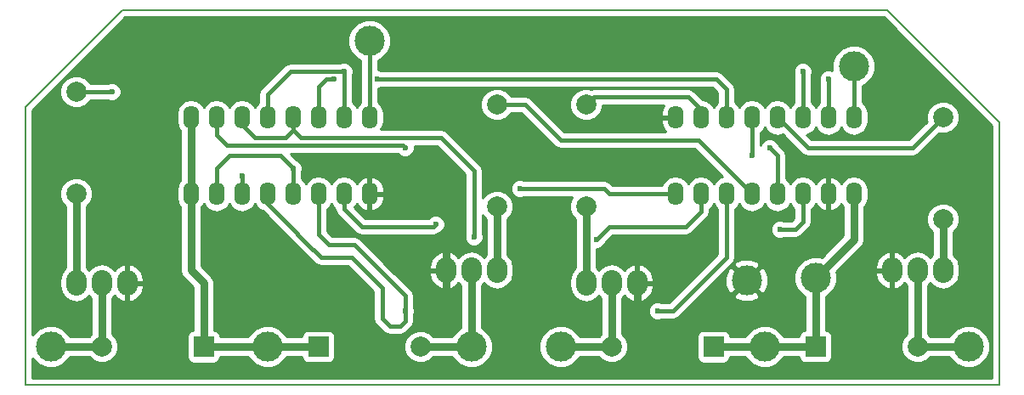
<source format=gbr>
G04 #@! TF.FileFunction,Copper,L1,Top,Signal*
%FSLAX46Y46*%
G04 Gerber Fmt 4.6, Leading zero omitted, Abs format (unit mm)*
G04 Created by KiCad (PCBNEW 4.0.1-stable) date 2016-05-02 8:22:51 PM*
%MOMM*%
G01*
G04 APERTURE LIST*
%ADD10C,0.100000*%
%ADD11C,0.150000*%
%ADD12C,1.998980*%
%ADD13R,1.998980X1.998980*%
%ADD14O,2.032000X2.540000*%
%ADD15O,1.600000X2.300000*%
%ADD16C,3.000000*%
%ADD17C,0.600000*%
%ADD18C,0.800000*%
%ADD19C,0.250000*%
%ADD20C,0.450000*%
%ADD21C,0.254000*%
G04 APERTURE END LIST*
D10*
D11*
X202184000Y-92710000D02*
X202184000Y-93472000D01*
X202184000Y-94234000D02*
X202184000Y-92710000D01*
X105156000Y-94234000D02*
X202184000Y-94234000D01*
X202184000Y-68072000D02*
X202184000Y-92964000D01*
X191008000Y-56896000D02*
X202184000Y-68072000D01*
X187706000Y-56896000D02*
X191008000Y-56896000D01*
X185420000Y-56896000D02*
X187706000Y-56896000D01*
X114808000Y-56896000D02*
X185420000Y-56896000D01*
X113792000Y-57912000D02*
X114808000Y-56896000D01*
X113284000Y-58420000D02*
X113792000Y-57912000D01*
X112014000Y-59690000D02*
X113284000Y-58420000D01*
X105156000Y-66548000D02*
X112014000Y-59690000D01*
X105156000Y-94234000D02*
X105156000Y-66548000D01*
D12*
X194056000Y-90421460D03*
D13*
X183896000Y-90421460D03*
D12*
X163576000Y-90426540D03*
D13*
X173736000Y-90426540D03*
D12*
X144526000Y-90421460D03*
D13*
X134366000Y-90421460D03*
D12*
X112776000Y-90426540D03*
D13*
X122936000Y-90426540D03*
D14*
X194056000Y-82804000D03*
X191516000Y-82804000D03*
X196596000Y-82804000D03*
X163576000Y-84074000D03*
X166116000Y-84074000D03*
X161036000Y-84074000D03*
X149606000Y-82804000D03*
X147066000Y-82804000D03*
X152146000Y-82804000D03*
X112776000Y-84074000D03*
X115316000Y-84074000D03*
X110236000Y-84074000D03*
D12*
X196596000Y-77724000D03*
X196596000Y-67564000D03*
X161036000Y-76454000D03*
X161036000Y-66294000D03*
X152146000Y-76454000D03*
X152146000Y-66294000D03*
X110236000Y-75184000D03*
X110236000Y-65024000D03*
D15*
X121666000Y-75184000D03*
X124206000Y-75184000D03*
X126746000Y-75184000D03*
X129286000Y-75184000D03*
X131826000Y-75184000D03*
X134366000Y-75184000D03*
X136906000Y-75184000D03*
X139446000Y-75184000D03*
X139446000Y-67564000D03*
X136906000Y-67564000D03*
X134366000Y-67564000D03*
X131826000Y-67564000D03*
X129286000Y-67564000D03*
X126746000Y-67564000D03*
X124206000Y-67564000D03*
X121666000Y-67564000D03*
X187706000Y-67564000D03*
X185166000Y-67564000D03*
X182626000Y-67564000D03*
X180086000Y-67564000D03*
X177546000Y-67564000D03*
X175006000Y-67564000D03*
X172466000Y-67564000D03*
X169926000Y-67564000D03*
X169926000Y-75184000D03*
X172466000Y-75184000D03*
X175006000Y-75184000D03*
X177546000Y-75184000D03*
X180086000Y-75184000D03*
X182626000Y-75184000D03*
X185166000Y-75184000D03*
X187706000Y-75184000D03*
D16*
X139446000Y-59944000D03*
X187706000Y-62484000D03*
X199136000Y-90424000D03*
X178816000Y-90424000D03*
X158496000Y-90424000D03*
X149606000Y-90424000D03*
X129286000Y-90424000D03*
X107696000Y-90424000D03*
X177038000Y-83820000D03*
X183896000Y-83566000D03*
D17*
X196088000Y-92710000D03*
X154178000Y-90932000D03*
X117856000Y-92710000D03*
X107442000Y-78740000D03*
X145542000Y-67310000D03*
X125984000Y-64008000D03*
X117348000Y-65024000D03*
X132334000Y-59944000D03*
X134620000Y-84328000D03*
X192532000Y-73152000D03*
X180594000Y-59944000D03*
X144526000Y-59944000D03*
X127508000Y-82550000D03*
X130048000Y-79248000D03*
X144272000Y-75184000D03*
X147066000Y-87884000D03*
X165862000Y-88138000D03*
X180086000Y-67564000D03*
X113792000Y-65024000D03*
X154432000Y-74676000D03*
X131826000Y-72644000D03*
X185166000Y-63754000D03*
X177546000Y-71374000D03*
X126746000Y-73406000D03*
X168148000Y-86868000D03*
X143002000Y-86868000D03*
X146050000Y-78232000D03*
X180340000Y-78740000D03*
X182626000Y-62992000D03*
X136906000Y-62992000D03*
X140208000Y-63754000D03*
X135890000Y-63754000D03*
X162052000Y-79756000D03*
X149860000Y-79502000D03*
X143002000Y-70612000D03*
X179324000Y-70612000D03*
D18*
X194056000Y-90421460D02*
X199133460Y-90421460D01*
X199133460Y-90421460D02*
X199136000Y-90424000D01*
X194056000Y-82804000D02*
X194056000Y-90421460D01*
D19*
X199133460Y-90421460D02*
X199136000Y-90424000D01*
D18*
X158496000Y-90424000D02*
X163573460Y-90424000D01*
X163573460Y-90424000D02*
X163576000Y-90426540D01*
X163576000Y-84074000D02*
X163576000Y-90426540D01*
X149606000Y-90424000D02*
X144528540Y-90424000D01*
X144528540Y-90424000D02*
X144526000Y-90421460D01*
X149606000Y-82804000D02*
X149606000Y-90424000D01*
D19*
X149603460Y-90421460D02*
X149606000Y-90424000D01*
D18*
X112776000Y-90426540D02*
X107698540Y-90426540D01*
X107698540Y-90426540D02*
X107696000Y-90424000D01*
X112776000Y-90426540D02*
X112776000Y-84074000D01*
D19*
X107698540Y-90426540D02*
X107696000Y-90424000D01*
D18*
X147066000Y-80010000D02*
X147066000Y-82804000D01*
X130048000Y-80010000D02*
X130048000Y-79248000D01*
X127508000Y-82550000D02*
X130048000Y-80010000D01*
X130048000Y-79756000D02*
X130048000Y-79248000D01*
X144272000Y-75184000D02*
X146812000Y-75184000D01*
X146812000Y-75184000D02*
X147828000Y-76200000D01*
X147828000Y-76200000D02*
X147828000Y-79248000D01*
X147828000Y-79248000D02*
X147066000Y-80010000D01*
X147066000Y-80010000D02*
X147066000Y-87884000D01*
X165862000Y-88138000D02*
X166116000Y-87884000D01*
X166116000Y-87884000D02*
X166116000Y-84074000D01*
X196596000Y-77724000D02*
X196596000Y-82804000D01*
X161036000Y-84074000D02*
X161036000Y-76454000D01*
X152146000Y-76454000D02*
X152146000Y-82804000D01*
X110236000Y-84074000D02*
X110236000Y-75184000D01*
D20*
X180086000Y-67564000D02*
X183134000Y-70612000D01*
X193548000Y-70612000D02*
X196596000Y-67564000D01*
X183134000Y-70612000D02*
X193548000Y-70612000D01*
X172466000Y-67564000D02*
X172466000Y-66802000D01*
X172466000Y-66802000D02*
X171196000Y-65532000D01*
X171196000Y-65532000D02*
X161798000Y-65532000D01*
X161798000Y-65532000D02*
X161036000Y-66294000D01*
X152146000Y-66294000D02*
X154940000Y-66294000D01*
X172212000Y-69850000D02*
X177546000Y-75184000D01*
X158496000Y-69850000D02*
X172212000Y-69850000D01*
X154940000Y-66294000D02*
X158496000Y-69850000D01*
X169926000Y-75184000D02*
X163322000Y-75184000D01*
X113792000Y-65024000D02*
X110236000Y-65024000D01*
X162814000Y-74676000D02*
X154432000Y-74676000D01*
X163322000Y-75184000D02*
X162814000Y-74676000D01*
X185166000Y-63754000D02*
X185166000Y-67564000D01*
X131826000Y-72644000D02*
X131826000Y-75184000D01*
X124206000Y-75184000D02*
X124206000Y-72644000D01*
X124206000Y-72644000D02*
X125476000Y-71374000D01*
X125476000Y-71374000D02*
X130556000Y-71374000D01*
X130556000Y-71374000D02*
X131826000Y-72644000D01*
D19*
X125476000Y-71374000D02*
X124206000Y-72644000D01*
X130556000Y-71374000D02*
X131826000Y-72644000D01*
D20*
X177546000Y-70104000D02*
X177546000Y-71374000D01*
X177546000Y-67564000D02*
X177546000Y-70104000D01*
X126746000Y-73406000D02*
X126746000Y-75184000D01*
X140716000Y-85852000D02*
X140716000Y-87630000D01*
X140716000Y-84582000D02*
X140716000Y-85852000D01*
X129286000Y-76200000D02*
X131572000Y-78486000D01*
X131572000Y-78486000D02*
X132969000Y-79883000D01*
X132969000Y-79883000D02*
X134620000Y-81534000D01*
X134620000Y-81534000D02*
X136652000Y-81534000D01*
X136652000Y-81534000D02*
X137668000Y-81534000D01*
X137668000Y-81534000D02*
X140716000Y-84582000D01*
X143002000Y-87884000D02*
X143002000Y-86868000D01*
X142494000Y-88392000D02*
X143002000Y-87884000D01*
X141478000Y-88392000D02*
X142494000Y-88392000D01*
X140716000Y-87630000D02*
X141478000Y-88392000D01*
X134366000Y-77216000D02*
X134366000Y-79248000D01*
X134366000Y-75184000D02*
X134366000Y-76962000D01*
X134366000Y-77216000D02*
X134366000Y-76962000D01*
X143002000Y-85344000D02*
X143002000Y-86868000D01*
X137922000Y-80264000D02*
X143002000Y-85344000D01*
X135382000Y-80264000D02*
X137922000Y-80264000D01*
X134366000Y-79248000D02*
X135382000Y-80264000D01*
X129286000Y-75184000D02*
X129286000Y-76200000D01*
X169672000Y-86868000D02*
X168148000Y-86868000D01*
X175006000Y-75184000D02*
X175006000Y-81534000D01*
X175006000Y-81534000D02*
X169672000Y-86868000D01*
X182626000Y-75184000D02*
X182626000Y-77978000D01*
X136906000Y-76708000D02*
X136906000Y-75184000D01*
X138684000Y-78486000D02*
X136906000Y-76708000D01*
X145796000Y-78486000D02*
X138684000Y-78486000D01*
X146050000Y-78232000D02*
X145796000Y-78486000D01*
X181864000Y-78740000D02*
X180340000Y-78740000D01*
X182626000Y-77978000D02*
X181864000Y-78740000D01*
X139446000Y-67564000D02*
X139446000Y-59944000D01*
X182626000Y-62992000D02*
X182626000Y-67564000D01*
X136906000Y-62992000D02*
X136906000Y-67564000D01*
X129286000Y-67564000D02*
X129286000Y-65278000D01*
X131572000Y-62992000D02*
X136906000Y-62992000D01*
X129286000Y-65278000D02*
X131572000Y-62992000D01*
X175006000Y-67564000D02*
X175006000Y-64770000D01*
X175006000Y-64770000D02*
X173990000Y-63754000D01*
X173990000Y-63754000D02*
X140208000Y-63754000D01*
X135890000Y-63754000D02*
X135128000Y-63754000D01*
X135128000Y-63754000D02*
X134366000Y-64516000D01*
X134366000Y-64516000D02*
X134366000Y-67564000D01*
D19*
X175006000Y-64770000D02*
X173990000Y-63754000D01*
D20*
X131826000Y-68834000D02*
X132588000Y-69596000D01*
X132588000Y-69596000D02*
X146558000Y-69596000D01*
X146558000Y-69596000D02*
X149860000Y-72898000D01*
X149860000Y-72898000D02*
X149860000Y-79502000D01*
X162052000Y-79756000D02*
X163322000Y-78486000D01*
X163322000Y-78486000D02*
X170942000Y-78486000D01*
X170942000Y-78486000D02*
X172466000Y-76962000D01*
X172466000Y-76962000D02*
X172466000Y-75184000D01*
X126746000Y-67564000D02*
X126746000Y-68326000D01*
X126746000Y-68326000D02*
X128016000Y-69596000D01*
X128016000Y-69596000D02*
X131064000Y-69596000D01*
X131064000Y-69596000D02*
X131826000Y-68834000D01*
X131826000Y-68834000D02*
X131826000Y-67564000D01*
D19*
X172466000Y-76962000D02*
X172466000Y-75184000D01*
X170942000Y-78486000D02*
X172466000Y-76962000D01*
X131826000Y-67564000D02*
X131826000Y-68834000D01*
X128016000Y-69596000D02*
X126746000Y-68326000D01*
X131826000Y-68834000D02*
X131064000Y-69596000D01*
D20*
X143002000Y-70612000D02*
X142748000Y-70358000D01*
X142748000Y-70358000D02*
X125222000Y-70358000D01*
X125222000Y-70358000D02*
X124206000Y-69342000D01*
X124206000Y-67564000D02*
X124206000Y-69342000D01*
X179324000Y-70612000D02*
X180086000Y-71374000D01*
X180086000Y-75184000D02*
X180086000Y-71374000D01*
D18*
X121666000Y-67564000D02*
X121666000Y-75184000D01*
X187706000Y-75184000D02*
X187706000Y-79756000D01*
X187706000Y-79756000D02*
X183896000Y-83566000D01*
X183896000Y-90421460D02*
X183896000Y-83566000D01*
X122936000Y-90426540D02*
X122936000Y-84074000D01*
X122936000Y-84074000D02*
X121666000Y-82804000D01*
X121666000Y-82804000D02*
X121666000Y-75184000D01*
X129286000Y-90424000D02*
X122938540Y-90424000D01*
X122938540Y-90424000D02*
X122936000Y-90426540D01*
X134366000Y-90421460D02*
X129288540Y-90421460D01*
X129288540Y-90421460D02*
X129286000Y-90424000D01*
X178816000Y-90424000D02*
X173738540Y-90424000D01*
X173738540Y-90424000D02*
X173736000Y-90426540D01*
X183896000Y-90421460D02*
X178818540Y-90421460D01*
X178818540Y-90421460D02*
X178816000Y-90424000D01*
D19*
X121666000Y-82804000D02*
X122936000Y-84074000D01*
X173738540Y-90424000D02*
X173736000Y-90426540D01*
X134363460Y-90424000D02*
X134366000Y-90421460D01*
X178818540Y-90421460D02*
X178816000Y-90424000D01*
X122938540Y-90424000D02*
X122936000Y-90426540D01*
X183890920Y-90426540D02*
X183896000Y-90421460D01*
D20*
X187706000Y-67564000D02*
X187706000Y-62484000D01*
D21*
G36*
X201474000Y-68366092D02*
X201474000Y-93524000D01*
X105866000Y-93524000D01*
X105866000Y-91585865D01*
X105884980Y-91631800D01*
X106485041Y-92232909D01*
X107269459Y-92558628D01*
X108118815Y-92559370D01*
X108903800Y-92235020D01*
X109504909Y-91634959D01*
X109576919Y-91461540D01*
X111499691Y-91461540D01*
X111848927Y-91811386D01*
X112449453Y-92060746D01*
X113099694Y-92061314D01*
X113700655Y-91813002D01*
X114160846Y-91353613D01*
X114410206Y-90753087D01*
X114410774Y-90102846D01*
X114162462Y-89501885D01*
X113811000Y-89149809D01*
X113811000Y-85621243D01*
X113943433Y-85532754D01*
X114060054Y-85358219D01*
X114238370Y-85585236D01*
X114801523Y-85901926D01*
X114933056Y-85933975D01*
X115189000Y-85814836D01*
X115189000Y-84201000D01*
X115443000Y-84201000D01*
X115443000Y-85814836D01*
X115698944Y-85933975D01*
X115830477Y-85901926D01*
X116393630Y-85585236D01*
X116792724Y-85077143D01*
X116967000Y-84455000D01*
X116967000Y-84201000D01*
X115443000Y-84201000D01*
X115189000Y-84201000D01*
X115169000Y-84201000D01*
X115169000Y-83947000D01*
X115189000Y-83947000D01*
X115189000Y-82333164D01*
X115443000Y-82333164D01*
X115443000Y-83947000D01*
X116967000Y-83947000D01*
X116967000Y-83693000D01*
X116792724Y-83070857D01*
X116393630Y-82562764D01*
X115830477Y-82246074D01*
X115698944Y-82214025D01*
X115443000Y-82333164D01*
X115189000Y-82333164D01*
X114933056Y-82214025D01*
X114801523Y-82246074D01*
X114238370Y-82562764D01*
X114060054Y-82789781D01*
X113943433Y-82615246D01*
X113407810Y-82257354D01*
X112776000Y-82131679D01*
X112144190Y-82257354D01*
X111608567Y-82615246D01*
X111506000Y-82768748D01*
X111403433Y-82615246D01*
X111271000Y-82526757D01*
X111271000Y-76460309D01*
X111620846Y-76111073D01*
X111870206Y-75510547D01*
X111870774Y-74860306D01*
X111622462Y-74259345D01*
X111163073Y-73799154D01*
X110562547Y-73549794D01*
X109912306Y-73549226D01*
X109311345Y-73797538D01*
X108851154Y-74256927D01*
X108601794Y-74857453D01*
X108601226Y-75507694D01*
X108849538Y-76108655D01*
X109201000Y-76460731D01*
X109201000Y-82526757D01*
X109068567Y-82615246D01*
X108710675Y-83150869D01*
X108585000Y-83782679D01*
X108585000Y-84365321D01*
X108710675Y-84997131D01*
X109068567Y-85532754D01*
X109604190Y-85890646D01*
X110236000Y-86016321D01*
X110867810Y-85890646D01*
X111403433Y-85532754D01*
X111506000Y-85379252D01*
X111608567Y-85532754D01*
X111741000Y-85621243D01*
X111741000Y-89150231D01*
X111499269Y-89391540D01*
X109579469Y-89391540D01*
X109507020Y-89216200D01*
X108906959Y-88615091D01*
X108122541Y-88289372D01*
X107273185Y-88288630D01*
X106488200Y-88612980D01*
X105887091Y-89213041D01*
X105866000Y-89263834D01*
X105866000Y-67179030D01*
X120231000Y-67179030D01*
X120231000Y-67948970D01*
X120340233Y-68498121D01*
X120631000Y-68933284D01*
X120631000Y-73814716D01*
X120340233Y-74249879D01*
X120231000Y-74799030D01*
X120231000Y-75568970D01*
X120340233Y-76118121D01*
X120631000Y-76553284D01*
X120631000Y-82803995D01*
X120630999Y-82804000D01*
X120709785Y-83200077D01*
X120934144Y-83535856D01*
X121901000Y-84502711D01*
X121901000Y-88786292D01*
X121701193Y-88823888D01*
X121485069Y-88962960D01*
X121340079Y-89175160D01*
X121289070Y-89427050D01*
X121289070Y-91426030D01*
X121333348Y-91661347D01*
X121472420Y-91877471D01*
X121684620Y-92022461D01*
X121936510Y-92073470D01*
X123935490Y-92073470D01*
X124170807Y-92029192D01*
X124386931Y-91890120D01*
X124531921Y-91677920D01*
X124576253Y-91459000D01*
X127403580Y-91459000D01*
X127474980Y-91631800D01*
X128075041Y-92232909D01*
X128859459Y-92558628D01*
X129708815Y-92559370D01*
X130493800Y-92235020D01*
X131094909Y-91634959D01*
X131169028Y-91456460D01*
X132725752Y-91456460D01*
X132763348Y-91656267D01*
X132902420Y-91872391D01*
X133114620Y-92017381D01*
X133366510Y-92068390D01*
X135365490Y-92068390D01*
X135600807Y-92024112D01*
X135816931Y-91885040D01*
X135961921Y-91672840D01*
X136012930Y-91420950D01*
X136012930Y-89421970D01*
X135968652Y-89186653D01*
X135829580Y-88970529D01*
X135617380Y-88825539D01*
X135365490Y-88774530D01*
X133366510Y-88774530D01*
X133131193Y-88818808D01*
X132915069Y-88957880D01*
X132770079Y-89170080D01*
X132726261Y-89386460D01*
X131167370Y-89386460D01*
X131097020Y-89216200D01*
X130496959Y-88615091D01*
X129712541Y-88289372D01*
X128863185Y-88288630D01*
X128078200Y-88612980D01*
X127477091Y-89213041D01*
X127404026Y-89389000D01*
X124575770Y-89389000D01*
X124538652Y-89191733D01*
X124399580Y-88975609D01*
X124187380Y-88830619D01*
X123971000Y-88786801D01*
X123971000Y-84074005D01*
X123971001Y-84074000D01*
X123892215Y-83677922D01*
X123676187Y-83354613D01*
X123667856Y-83342144D01*
X123667853Y-83342142D01*
X122701000Y-82375288D01*
X122701000Y-76553284D01*
X122936000Y-76201582D01*
X123191302Y-76583668D01*
X123656849Y-76894737D01*
X124206000Y-77003970D01*
X124755151Y-76894737D01*
X125220698Y-76583668D01*
X125476000Y-76201582D01*
X125731302Y-76583668D01*
X126196849Y-76894737D01*
X126746000Y-77003970D01*
X127295151Y-76894737D01*
X127760698Y-76583668D01*
X128016000Y-76201582D01*
X128271302Y-76583668D01*
X128736849Y-76894737D01*
X128771382Y-76901606D01*
X134011888Y-82142112D01*
X134290893Y-82328537D01*
X134620000Y-82394001D01*
X134620005Y-82394000D01*
X137311776Y-82394000D01*
X139856000Y-84938224D01*
X139856000Y-87630000D01*
X139921464Y-87959108D01*
X139990810Y-88062892D01*
X140107888Y-88238112D01*
X140869888Y-89000112D01*
X141148892Y-89186536D01*
X141478000Y-89252000D01*
X142494000Y-89252000D01*
X142823108Y-89186536D01*
X143102112Y-89000112D01*
X143610109Y-88492114D01*
X143610112Y-88492112D01*
X143796536Y-88213108D01*
X143862000Y-87884000D01*
X143862000Y-87235028D01*
X143936838Y-87054799D01*
X143937162Y-86682833D01*
X143862000Y-86500927D01*
X143862000Y-85344000D01*
X143796536Y-85014892D01*
X143610112Y-84735888D01*
X141805224Y-82931000D01*
X145415000Y-82931000D01*
X145415000Y-83185000D01*
X145589276Y-83807143D01*
X145988370Y-84315236D01*
X146551523Y-84631926D01*
X146683056Y-84663975D01*
X146939000Y-84544836D01*
X146939000Y-82931000D01*
X145415000Y-82931000D01*
X141805224Y-82931000D01*
X141297224Y-82423000D01*
X145415000Y-82423000D01*
X145415000Y-82677000D01*
X146939000Y-82677000D01*
X146939000Y-81063164D01*
X146683056Y-80944025D01*
X146551523Y-80976074D01*
X145988370Y-81292764D01*
X145589276Y-81800857D01*
X145415000Y-82423000D01*
X141297224Y-82423000D01*
X138530112Y-79655888D01*
X138412209Y-79577108D01*
X138251108Y-79469464D01*
X137922000Y-79404000D01*
X135738224Y-79404000D01*
X135226000Y-78891776D01*
X135226000Y-76687034D01*
X135380698Y-76583668D01*
X135636000Y-76201582D01*
X135891302Y-76583668D01*
X136046000Y-76687034D01*
X136046000Y-76708000D01*
X136111464Y-77037108D01*
X136255611Y-77252840D01*
X136297888Y-77316112D01*
X138075888Y-79094112D01*
X138354892Y-79280536D01*
X138684000Y-79346000D01*
X145796000Y-79346000D01*
X146125108Y-79280536D01*
X146391392Y-79102611D01*
X146578943Y-79025117D01*
X146842192Y-78762327D01*
X146984838Y-78418799D01*
X146985162Y-78046833D01*
X146843117Y-77703057D01*
X146580327Y-77439808D01*
X146236799Y-77297162D01*
X145864833Y-77296838D01*
X145521057Y-77438883D01*
X145333613Y-77626000D01*
X139040224Y-77626000D01*
X137951618Y-76537394D01*
X138173149Y-76205849D01*
X138521104Y-76638500D01*
X139014181Y-76908367D01*
X139096961Y-76925904D01*
X139319000Y-76803915D01*
X139319000Y-75311000D01*
X139573000Y-75311000D01*
X139573000Y-76803915D01*
X139795039Y-76925904D01*
X139877819Y-76908367D01*
X140370896Y-76638500D01*
X140723166Y-76200483D01*
X140881000Y-75661000D01*
X140881000Y-75311000D01*
X139573000Y-75311000D01*
X139319000Y-75311000D01*
X139299000Y-75311000D01*
X139299000Y-75057000D01*
X139319000Y-75057000D01*
X139319000Y-73564085D01*
X139573000Y-73564085D01*
X139573000Y-75057000D01*
X140881000Y-75057000D01*
X140881000Y-74707000D01*
X140723166Y-74167517D01*
X140370896Y-73729500D01*
X139877819Y-73459633D01*
X139795039Y-73442096D01*
X139573000Y-73564085D01*
X139319000Y-73564085D01*
X139096961Y-73442096D01*
X139014181Y-73459633D01*
X138521104Y-73729500D01*
X138173149Y-74162151D01*
X137920698Y-73784332D01*
X137455151Y-73473263D01*
X136906000Y-73364030D01*
X136356849Y-73473263D01*
X135891302Y-73784332D01*
X135636000Y-74166418D01*
X135380698Y-73784332D01*
X134915151Y-73473263D01*
X134366000Y-73364030D01*
X133816849Y-73473263D01*
X133351302Y-73784332D01*
X133096000Y-74166418D01*
X132840698Y-73784332D01*
X132686000Y-73680966D01*
X132686000Y-73011028D01*
X132760838Y-72830799D01*
X132761162Y-72458833D01*
X132619117Y-72115057D01*
X132356327Y-71851808D01*
X132174552Y-71776328D01*
X131616224Y-71218000D01*
X142285806Y-71218000D01*
X142471673Y-71404192D01*
X142815201Y-71546838D01*
X143187167Y-71547162D01*
X143530943Y-71405117D01*
X143794192Y-71142327D01*
X143936838Y-70798799D01*
X143937137Y-70456000D01*
X146201776Y-70456000D01*
X149000000Y-73254224D01*
X149000000Y-79134972D01*
X148925162Y-79315201D01*
X148924838Y-79687167D01*
X149066883Y-80030943D01*
X149329673Y-80294192D01*
X149673201Y-80436838D01*
X150045167Y-80437162D01*
X150388943Y-80295117D01*
X150652192Y-80032327D01*
X150794838Y-79688799D01*
X150795162Y-79316833D01*
X150720000Y-79134927D01*
X150720000Y-77282966D01*
X150759538Y-77378655D01*
X151111000Y-77730731D01*
X151111000Y-81256757D01*
X150978567Y-81345246D01*
X150876000Y-81498748D01*
X150773433Y-81345246D01*
X150237810Y-80987354D01*
X149606000Y-80861679D01*
X148974190Y-80987354D01*
X148438567Y-81345246D01*
X148321946Y-81519781D01*
X148143630Y-81292764D01*
X147580477Y-80976074D01*
X147448944Y-80944025D01*
X147193000Y-81063164D01*
X147193000Y-82677000D01*
X147213000Y-82677000D01*
X147213000Y-82931000D01*
X147193000Y-82931000D01*
X147193000Y-84544836D01*
X147448944Y-84663975D01*
X147580477Y-84631926D01*
X148143630Y-84315236D01*
X148321946Y-84088219D01*
X148438567Y-84262754D01*
X148571000Y-84351243D01*
X148571000Y-88541580D01*
X148398200Y-88612980D01*
X147797091Y-89213041D01*
X147724026Y-89389000D01*
X145804845Y-89389000D01*
X145453073Y-89036614D01*
X144852547Y-88787254D01*
X144202306Y-88786686D01*
X143601345Y-89034998D01*
X143141154Y-89494387D01*
X142891794Y-90094913D01*
X142891226Y-90745154D01*
X143139538Y-91346115D01*
X143598927Y-91806306D01*
X144199453Y-92055666D01*
X144849694Y-92056234D01*
X145450655Y-91807922D01*
X145800186Y-91459000D01*
X147723580Y-91459000D01*
X147794980Y-91631800D01*
X148395041Y-92232909D01*
X149179459Y-92558628D01*
X150028815Y-92559370D01*
X150813800Y-92235020D01*
X151414909Y-91634959D01*
X151740628Y-90850541D01*
X151741370Y-90001185D01*
X151417020Y-89216200D01*
X150816959Y-88615091D01*
X150641000Y-88542026D01*
X150641000Y-84351243D01*
X150773433Y-84262754D01*
X150876000Y-84109252D01*
X150978567Y-84262754D01*
X151514190Y-84620646D01*
X152146000Y-84746321D01*
X152777810Y-84620646D01*
X153313433Y-84262754D01*
X153671325Y-83727131D01*
X153797000Y-83095321D01*
X153797000Y-82512679D01*
X153671325Y-81880869D01*
X153313433Y-81345246D01*
X153181000Y-81256757D01*
X153181000Y-77730309D01*
X153530846Y-77381073D01*
X153780206Y-76780547D01*
X153780774Y-76130306D01*
X153532462Y-75529345D01*
X153073073Y-75069154D01*
X152472547Y-74819794D01*
X151822306Y-74819226D01*
X151221345Y-75067538D01*
X150761154Y-75526927D01*
X150720000Y-75626037D01*
X150720000Y-72898000D01*
X150654536Y-72568892D01*
X150468112Y-72289888D01*
X147166112Y-68987888D01*
X147085630Y-68934112D01*
X146887108Y-68801464D01*
X146558000Y-68736000D01*
X140612821Y-68736000D01*
X140771767Y-68498121D01*
X140881000Y-67948970D01*
X140881000Y-67179030D01*
X140771767Y-66629879D01*
X140460698Y-66164332D01*
X140306000Y-66060966D01*
X140306000Y-64689086D01*
X140393167Y-64689162D01*
X140575073Y-64614000D01*
X173633776Y-64614000D01*
X174146000Y-65126224D01*
X174146000Y-66060966D01*
X173991302Y-66164332D01*
X173736000Y-66546418D01*
X173480698Y-66164332D01*
X173015151Y-65853263D01*
X172663549Y-65783325D01*
X171804112Y-64923888D01*
X171779642Y-64907538D01*
X171525108Y-64737464D01*
X171196000Y-64672000D01*
X161798000Y-64672000D01*
X161523458Y-64726610D01*
X161362547Y-64659794D01*
X160712306Y-64659226D01*
X160111345Y-64907538D01*
X159651154Y-65366927D01*
X159401794Y-65967453D01*
X159401226Y-66617694D01*
X159649538Y-67218655D01*
X160108927Y-67678846D01*
X160709453Y-67928206D01*
X161359694Y-67928774D01*
X161960655Y-67680462D01*
X162420846Y-67221073D01*
X162670206Y-66620547D01*
X162670406Y-66392000D01*
X168773907Y-66392000D01*
X168648834Y-66547517D01*
X168491000Y-67087000D01*
X168491000Y-67437000D01*
X169799000Y-67437000D01*
X169799000Y-67417000D01*
X170053000Y-67417000D01*
X170053000Y-67437000D01*
X170073000Y-67437000D01*
X170073000Y-67691000D01*
X170053000Y-67691000D01*
X170053000Y-67711000D01*
X169799000Y-67711000D01*
X169799000Y-67691000D01*
X168491000Y-67691000D01*
X168491000Y-68041000D01*
X168648834Y-68580483D01*
X168978183Y-68990000D01*
X158852224Y-68990000D01*
X155548112Y-65685888D01*
X155464469Y-65630000D01*
X155269108Y-65499464D01*
X154940000Y-65434000D01*
X153559177Y-65434000D01*
X153532462Y-65369345D01*
X153073073Y-64909154D01*
X152472547Y-64659794D01*
X151822306Y-64659226D01*
X151221345Y-64907538D01*
X150761154Y-65366927D01*
X150511794Y-65967453D01*
X150511226Y-66617694D01*
X150759538Y-67218655D01*
X151218927Y-67678846D01*
X151819453Y-67928206D01*
X152469694Y-67928774D01*
X153070655Y-67680462D01*
X153530846Y-67221073D01*
X153558697Y-67154000D01*
X154583776Y-67154000D01*
X157887888Y-70458112D01*
X158166892Y-70644536D01*
X158496000Y-70710000D01*
X171855776Y-70710000D01*
X174592130Y-73446354D01*
X174456849Y-73473263D01*
X173991302Y-73784332D01*
X173736000Y-74166418D01*
X173480698Y-73784332D01*
X173015151Y-73473263D01*
X172466000Y-73364030D01*
X171916849Y-73473263D01*
X171451302Y-73784332D01*
X171196000Y-74166418D01*
X170940698Y-73784332D01*
X170475151Y-73473263D01*
X169926000Y-73364030D01*
X169376849Y-73473263D01*
X168911302Y-73784332D01*
X168600233Y-74249879D01*
X168585489Y-74324000D01*
X163678223Y-74324000D01*
X163422112Y-74067888D01*
X163143108Y-73881464D01*
X162814000Y-73816000D01*
X154799028Y-73816000D01*
X154618799Y-73741162D01*
X154246833Y-73740838D01*
X153903057Y-73882883D01*
X153639808Y-74145673D01*
X153497162Y-74489201D01*
X153496838Y-74861167D01*
X153638883Y-75204943D01*
X153901673Y-75468192D01*
X154245201Y-75610838D01*
X154617167Y-75611162D01*
X154799073Y-75536000D01*
X159647387Y-75536000D01*
X159401794Y-76127453D01*
X159401226Y-76777694D01*
X159649538Y-77378655D01*
X160001000Y-77730731D01*
X160001000Y-82526757D01*
X159868567Y-82615246D01*
X159510675Y-83150869D01*
X159385000Y-83782679D01*
X159385000Y-84365321D01*
X159510675Y-84997131D01*
X159868567Y-85532754D01*
X160404190Y-85890646D01*
X161036000Y-86016321D01*
X161667810Y-85890646D01*
X162203433Y-85532754D01*
X162306000Y-85379252D01*
X162408567Y-85532754D01*
X162541000Y-85621243D01*
X162541000Y-89150231D01*
X162301814Y-89389000D01*
X160378420Y-89389000D01*
X160307020Y-89216200D01*
X159706959Y-88615091D01*
X158922541Y-88289372D01*
X158073185Y-88288630D01*
X157288200Y-88612980D01*
X156687091Y-89213041D01*
X156361372Y-89997459D01*
X156360630Y-90846815D01*
X156684980Y-91631800D01*
X157285041Y-92232909D01*
X158069459Y-92558628D01*
X158918815Y-92559370D01*
X159703800Y-92235020D01*
X160304909Y-91634959D01*
X160377974Y-91459000D01*
X162297155Y-91459000D01*
X162648927Y-91811386D01*
X163249453Y-92060746D01*
X163899694Y-92061314D01*
X164500655Y-91813002D01*
X164960846Y-91353613D01*
X165210206Y-90753087D01*
X165210774Y-90102846D01*
X164962462Y-89501885D01*
X164887758Y-89427050D01*
X172089070Y-89427050D01*
X172089070Y-91426030D01*
X172133348Y-91661347D01*
X172272420Y-91877471D01*
X172484620Y-92022461D01*
X172736510Y-92073470D01*
X174735490Y-92073470D01*
X174970807Y-92029192D01*
X175186931Y-91890120D01*
X175331921Y-91677920D01*
X175376253Y-91459000D01*
X176933580Y-91459000D01*
X177004980Y-91631800D01*
X177605041Y-92232909D01*
X178389459Y-92558628D01*
X179238815Y-92559370D01*
X180023800Y-92235020D01*
X180624909Y-91634959D01*
X180699028Y-91456460D01*
X182255752Y-91456460D01*
X182293348Y-91656267D01*
X182432420Y-91872391D01*
X182644620Y-92017381D01*
X182896510Y-92068390D01*
X184895490Y-92068390D01*
X185130807Y-92024112D01*
X185346931Y-91885040D01*
X185491921Y-91672840D01*
X185542930Y-91420950D01*
X185542930Y-89421970D01*
X185498652Y-89186653D01*
X185359580Y-88970529D01*
X185147380Y-88825539D01*
X184931000Y-88781721D01*
X184931000Y-85448420D01*
X185103800Y-85377020D01*
X185704909Y-84776959D01*
X186030628Y-83992541D01*
X186031370Y-83143185D01*
X185958613Y-82967099D01*
X185994711Y-82931000D01*
X189865000Y-82931000D01*
X189865000Y-83185000D01*
X190039276Y-83807143D01*
X190438370Y-84315236D01*
X191001523Y-84631926D01*
X191133056Y-84663975D01*
X191389000Y-84544836D01*
X191389000Y-82931000D01*
X189865000Y-82931000D01*
X185994711Y-82931000D01*
X186502711Y-82423000D01*
X189865000Y-82423000D01*
X189865000Y-82677000D01*
X191389000Y-82677000D01*
X191389000Y-81063164D01*
X191643000Y-81063164D01*
X191643000Y-82677000D01*
X191663000Y-82677000D01*
X191663000Y-82931000D01*
X191643000Y-82931000D01*
X191643000Y-84544836D01*
X191898944Y-84663975D01*
X192030477Y-84631926D01*
X192593630Y-84315236D01*
X192771946Y-84088219D01*
X192888567Y-84262754D01*
X193021000Y-84351243D01*
X193021000Y-89145151D01*
X192671154Y-89494387D01*
X192421794Y-90094913D01*
X192421226Y-90745154D01*
X192669538Y-91346115D01*
X193128927Y-91806306D01*
X193729453Y-92055666D01*
X194379694Y-92056234D01*
X194980655Y-91807922D01*
X195332731Y-91456460D01*
X197252531Y-91456460D01*
X197324980Y-91631800D01*
X197925041Y-92232909D01*
X198709459Y-92558628D01*
X199558815Y-92559370D01*
X200343800Y-92235020D01*
X200944909Y-91634959D01*
X201270628Y-90850541D01*
X201271370Y-90001185D01*
X200947020Y-89216200D01*
X200346959Y-88615091D01*
X199562541Y-88289372D01*
X198713185Y-88288630D01*
X197928200Y-88612980D01*
X197327091Y-89213041D01*
X197255081Y-89386460D01*
X195332309Y-89386460D01*
X195091000Y-89144729D01*
X195091000Y-84351243D01*
X195223433Y-84262754D01*
X195326000Y-84109252D01*
X195428567Y-84262754D01*
X195964190Y-84620646D01*
X196596000Y-84746321D01*
X197227810Y-84620646D01*
X197763433Y-84262754D01*
X198121325Y-83727131D01*
X198247000Y-83095321D01*
X198247000Y-82512679D01*
X198121325Y-81880869D01*
X197763433Y-81345246D01*
X197631000Y-81256757D01*
X197631000Y-79000309D01*
X197980846Y-78651073D01*
X198230206Y-78050547D01*
X198230774Y-77400306D01*
X197982462Y-76799345D01*
X197523073Y-76339154D01*
X196922547Y-76089794D01*
X196272306Y-76089226D01*
X195671345Y-76337538D01*
X195211154Y-76796927D01*
X194961794Y-77397453D01*
X194961226Y-78047694D01*
X195209538Y-78648655D01*
X195561000Y-79000731D01*
X195561000Y-81256757D01*
X195428567Y-81345246D01*
X195326000Y-81498748D01*
X195223433Y-81345246D01*
X194687810Y-80987354D01*
X194056000Y-80861679D01*
X193424190Y-80987354D01*
X192888567Y-81345246D01*
X192771946Y-81519781D01*
X192593630Y-81292764D01*
X192030477Y-80976074D01*
X191898944Y-80944025D01*
X191643000Y-81063164D01*
X191389000Y-81063164D01*
X191133056Y-80944025D01*
X191001523Y-80976074D01*
X190438370Y-81292764D01*
X190039276Y-81800857D01*
X189865000Y-82423000D01*
X186502711Y-82423000D01*
X188437853Y-80487858D01*
X188437856Y-80487856D01*
X188662215Y-80152077D01*
X188741001Y-79756000D01*
X188741000Y-79755995D01*
X188741000Y-76553284D01*
X189031767Y-76118121D01*
X189141000Y-75568970D01*
X189141000Y-74799030D01*
X189031767Y-74249879D01*
X188720698Y-73784332D01*
X188255151Y-73473263D01*
X187706000Y-73364030D01*
X187156849Y-73473263D01*
X186691302Y-73784332D01*
X186438851Y-74162151D01*
X186090896Y-73729500D01*
X185597819Y-73459633D01*
X185515039Y-73442096D01*
X185293000Y-73564085D01*
X185293000Y-75057000D01*
X185313000Y-75057000D01*
X185313000Y-75311000D01*
X185293000Y-75311000D01*
X185293000Y-76803915D01*
X185515039Y-76925904D01*
X185597819Y-76908367D01*
X186090896Y-76638500D01*
X186438851Y-76205849D01*
X186671000Y-76553284D01*
X186671000Y-79327289D01*
X184495216Y-81503073D01*
X184322541Y-81431372D01*
X183473185Y-81430630D01*
X182688200Y-81754980D01*
X182087091Y-82355041D01*
X181761372Y-83139459D01*
X181760630Y-83988815D01*
X182084980Y-84773800D01*
X182685041Y-85374909D01*
X182861000Y-85447974D01*
X182861000Y-88781212D01*
X182661193Y-88818808D01*
X182445069Y-88957880D01*
X182300079Y-89170080D01*
X182256261Y-89386460D01*
X180697370Y-89386460D01*
X180627020Y-89216200D01*
X180026959Y-88615091D01*
X179242541Y-88289372D01*
X178393185Y-88288630D01*
X177608200Y-88612980D01*
X177007091Y-89213041D01*
X176934026Y-89389000D01*
X175375770Y-89389000D01*
X175338652Y-89191733D01*
X175199580Y-88975609D01*
X174987380Y-88830619D01*
X174735490Y-88779610D01*
X172736510Y-88779610D01*
X172501193Y-88823888D01*
X172285069Y-88962960D01*
X172140079Y-89175160D01*
X172089070Y-89427050D01*
X164887758Y-89427050D01*
X164611000Y-89149809D01*
X164611000Y-85621243D01*
X164743433Y-85532754D01*
X164860054Y-85358219D01*
X165038370Y-85585236D01*
X165601523Y-85901926D01*
X165733056Y-85933975D01*
X165989000Y-85814836D01*
X165989000Y-84201000D01*
X166243000Y-84201000D01*
X166243000Y-85814836D01*
X166498944Y-85933975D01*
X166630477Y-85901926D01*
X167193630Y-85585236D01*
X167592724Y-85077143D01*
X167767000Y-84455000D01*
X167767000Y-84201000D01*
X166243000Y-84201000D01*
X165989000Y-84201000D01*
X165969000Y-84201000D01*
X165969000Y-83947000D01*
X165989000Y-83947000D01*
X165989000Y-82333164D01*
X166243000Y-82333164D01*
X166243000Y-83947000D01*
X167767000Y-83947000D01*
X167767000Y-83693000D01*
X167592724Y-83070857D01*
X167193630Y-82562764D01*
X166630477Y-82246074D01*
X166498944Y-82214025D01*
X166243000Y-82333164D01*
X165989000Y-82333164D01*
X165733056Y-82214025D01*
X165601523Y-82246074D01*
X165038370Y-82562764D01*
X164860054Y-82789781D01*
X164743433Y-82615246D01*
X164207810Y-82257354D01*
X163576000Y-82131679D01*
X162944190Y-82257354D01*
X162408567Y-82615246D01*
X162306000Y-82768748D01*
X162203433Y-82615246D01*
X162071000Y-82526757D01*
X162071000Y-80691017D01*
X162237167Y-80691162D01*
X162580943Y-80549117D01*
X162844192Y-80286327D01*
X162919672Y-80104552D01*
X163678224Y-79346000D01*
X170942000Y-79346000D01*
X171271108Y-79280536D01*
X171550112Y-79094112D01*
X173074112Y-77570112D01*
X173260536Y-77291108D01*
X173326000Y-76962000D01*
X173326000Y-76687034D01*
X173480698Y-76583668D01*
X173736000Y-76201582D01*
X173991302Y-76583668D01*
X174146000Y-76687034D01*
X174146000Y-81177776D01*
X169315776Y-86008000D01*
X168515028Y-86008000D01*
X168334799Y-85933162D01*
X167962833Y-85932838D01*
X167619057Y-86074883D01*
X167355808Y-86337673D01*
X167213162Y-86681201D01*
X167212838Y-87053167D01*
X167354883Y-87396943D01*
X167617673Y-87660192D01*
X167961201Y-87802838D01*
X168333167Y-87803162D01*
X168515073Y-87728000D01*
X169672000Y-87728000D01*
X170001108Y-87662536D01*
X170280112Y-87476112D01*
X172422254Y-85333970D01*
X175703635Y-85333970D01*
X175863418Y-85652739D01*
X176654187Y-85962723D01*
X177503387Y-85946497D01*
X178212582Y-85652739D01*
X178372365Y-85333970D01*
X177038000Y-83999605D01*
X175703635Y-85333970D01*
X172422254Y-85333970D01*
X174320037Y-83436187D01*
X174895277Y-83436187D01*
X174911503Y-84285387D01*
X175205261Y-84994582D01*
X175524030Y-85154365D01*
X176858395Y-83820000D01*
X177217605Y-83820000D01*
X178551970Y-85154365D01*
X178870739Y-84994582D01*
X179180723Y-84203813D01*
X179164497Y-83354613D01*
X178870739Y-82645418D01*
X178551970Y-82485635D01*
X177217605Y-83820000D01*
X176858395Y-83820000D01*
X175524030Y-82485635D01*
X175205261Y-82645418D01*
X174895277Y-83436187D01*
X174320037Y-83436187D01*
X175450194Y-82306030D01*
X175703635Y-82306030D01*
X177038000Y-83640395D01*
X178372365Y-82306030D01*
X178212582Y-81987261D01*
X177421813Y-81677277D01*
X176572613Y-81693503D01*
X175863418Y-81987261D01*
X175703635Y-82306030D01*
X175450194Y-82306030D01*
X175614112Y-82142112D01*
X175679668Y-82044000D01*
X175800536Y-81863108D01*
X175866000Y-81534000D01*
X175866000Y-76687034D01*
X176020698Y-76583668D01*
X176276000Y-76201582D01*
X176531302Y-76583668D01*
X176996849Y-76894737D01*
X177546000Y-77003970D01*
X178095151Y-76894737D01*
X178560698Y-76583668D01*
X178816000Y-76201582D01*
X179071302Y-76583668D01*
X179536849Y-76894737D01*
X180086000Y-77003970D01*
X180635151Y-76894737D01*
X181100698Y-76583668D01*
X181356000Y-76201582D01*
X181611302Y-76583668D01*
X181766000Y-76687034D01*
X181766000Y-77621776D01*
X181507776Y-77880000D01*
X180707028Y-77880000D01*
X180526799Y-77805162D01*
X180154833Y-77804838D01*
X179811057Y-77946883D01*
X179547808Y-78209673D01*
X179405162Y-78553201D01*
X179404838Y-78925167D01*
X179546883Y-79268943D01*
X179809673Y-79532192D01*
X180153201Y-79674838D01*
X180525167Y-79675162D01*
X180707073Y-79600000D01*
X181864000Y-79600000D01*
X182193108Y-79534536D01*
X182472112Y-79348112D01*
X183234112Y-78586112D01*
X183256102Y-78553201D01*
X183420536Y-78307108D01*
X183486000Y-77978000D01*
X183486000Y-76687034D01*
X183640698Y-76583668D01*
X183893149Y-76205849D01*
X184241104Y-76638500D01*
X184734181Y-76908367D01*
X184816961Y-76925904D01*
X185039000Y-76803915D01*
X185039000Y-75311000D01*
X185019000Y-75311000D01*
X185019000Y-75057000D01*
X185039000Y-75057000D01*
X185039000Y-73564085D01*
X184816961Y-73442096D01*
X184734181Y-73459633D01*
X184241104Y-73729500D01*
X183893149Y-74162151D01*
X183640698Y-73784332D01*
X183175151Y-73473263D01*
X182626000Y-73364030D01*
X182076849Y-73473263D01*
X181611302Y-73784332D01*
X181356000Y-74166418D01*
X181100698Y-73784332D01*
X180946000Y-73680966D01*
X180946000Y-71374000D01*
X180880536Y-71044892D01*
X180694112Y-70765888D01*
X180191639Y-70263415D01*
X180117117Y-70083057D01*
X179854327Y-69819808D01*
X179510799Y-69677162D01*
X179138833Y-69676838D01*
X178795057Y-69818883D01*
X178531808Y-70081673D01*
X178406000Y-70384651D01*
X178406000Y-69067034D01*
X178560698Y-68963668D01*
X178816000Y-68581582D01*
X179071302Y-68963668D01*
X179536849Y-69274737D01*
X180086000Y-69383970D01*
X180589578Y-69283802D01*
X182525888Y-71220112D01*
X182804892Y-71406536D01*
X183134000Y-71472000D01*
X193548000Y-71472000D01*
X193877108Y-71406536D01*
X194156112Y-71220112D01*
X196204845Y-69171379D01*
X196269453Y-69198206D01*
X196919694Y-69198774D01*
X197520655Y-68950462D01*
X197980846Y-68491073D01*
X198230206Y-67890547D01*
X198230774Y-67240306D01*
X197982462Y-66639345D01*
X197523073Y-66179154D01*
X196922547Y-65929794D01*
X196272306Y-65929226D01*
X195671345Y-66177538D01*
X195211154Y-66636927D01*
X194961794Y-67237453D01*
X194961226Y-67887694D01*
X194988960Y-67954816D01*
X193191776Y-69752000D01*
X183490224Y-69752000D01*
X183039870Y-69301646D01*
X183175151Y-69274737D01*
X183640698Y-68963668D01*
X183896000Y-68581582D01*
X184151302Y-68963668D01*
X184616849Y-69274737D01*
X185166000Y-69383970D01*
X185715151Y-69274737D01*
X186180698Y-68963668D01*
X186436000Y-68581582D01*
X186691302Y-68963668D01*
X187156849Y-69274737D01*
X187706000Y-69383970D01*
X188255151Y-69274737D01*
X188720698Y-68963668D01*
X189031767Y-68498121D01*
X189141000Y-67948970D01*
X189141000Y-67179030D01*
X189031767Y-66629879D01*
X188720698Y-66164332D01*
X188566000Y-66060966D01*
X188566000Y-64438728D01*
X188913800Y-64295020D01*
X189514909Y-63694959D01*
X189840628Y-62910541D01*
X189841370Y-62061185D01*
X189517020Y-61276200D01*
X188916959Y-60675091D01*
X188132541Y-60349372D01*
X187283185Y-60348630D01*
X186498200Y-60672980D01*
X185897091Y-61273041D01*
X185571372Y-62057459D01*
X185570630Y-62906815D01*
X185572026Y-62910193D01*
X185352799Y-62819162D01*
X184980833Y-62818838D01*
X184637057Y-62960883D01*
X184373808Y-63223673D01*
X184231162Y-63567201D01*
X184230838Y-63939167D01*
X184306000Y-64121073D01*
X184306000Y-66060966D01*
X184151302Y-66164332D01*
X183896000Y-66546418D01*
X183640698Y-66164332D01*
X183486000Y-66060966D01*
X183486000Y-63359028D01*
X183560838Y-63178799D01*
X183561162Y-62806833D01*
X183419117Y-62463057D01*
X183156327Y-62199808D01*
X182812799Y-62057162D01*
X182440833Y-62056838D01*
X182097057Y-62198883D01*
X181833808Y-62461673D01*
X181691162Y-62805201D01*
X181690838Y-63177167D01*
X181766000Y-63359073D01*
X181766000Y-66060966D01*
X181611302Y-66164332D01*
X181356000Y-66546418D01*
X181100698Y-66164332D01*
X180635151Y-65853263D01*
X180086000Y-65744030D01*
X179536849Y-65853263D01*
X179071302Y-66164332D01*
X178816000Y-66546418D01*
X178560698Y-66164332D01*
X178095151Y-65853263D01*
X177546000Y-65744030D01*
X176996849Y-65853263D01*
X176531302Y-66164332D01*
X176276000Y-66546418D01*
X176020698Y-66164332D01*
X175866000Y-66060966D01*
X175866000Y-64770000D01*
X175800536Y-64440892D01*
X175614112Y-64161888D01*
X174598112Y-63145888D01*
X174319108Y-62959464D01*
X173990000Y-62894000D01*
X140575028Y-62894000D01*
X140394799Y-62819162D01*
X140306000Y-62819085D01*
X140306000Y-61898728D01*
X140653800Y-61755020D01*
X141254909Y-61154959D01*
X141580628Y-60370541D01*
X141581370Y-59521185D01*
X141257020Y-58736200D01*
X140656959Y-58135091D01*
X139872541Y-57809372D01*
X139023185Y-57808630D01*
X138238200Y-58132980D01*
X137637091Y-58733041D01*
X137311372Y-59517459D01*
X137310630Y-60366815D01*
X137634980Y-61151800D01*
X138235041Y-61752909D01*
X138586000Y-61898640D01*
X138586000Y-66060966D01*
X138431302Y-66164332D01*
X138176000Y-66546418D01*
X137920698Y-66164332D01*
X137766000Y-66060966D01*
X137766000Y-63359028D01*
X137840838Y-63178799D01*
X137841162Y-62806833D01*
X137699117Y-62463057D01*
X137436327Y-62199808D01*
X137092799Y-62057162D01*
X136720833Y-62056838D01*
X136538927Y-62132000D01*
X131572000Y-62132000D01*
X131242892Y-62197464D01*
X130963888Y-62383888D01*
X128677888Y-64669888D01*
X128491464Y-64948892D01*
X128426000Y-65278000D01*
X128426000Y-66060966D01*
X128271302Y-66164332D01*
X128016000Y-66546418D01*
X127760698Y-66164332D01*
X127295151Y-65853263D01*
X126746000Y-65744030D01*
X126196849Y-65853263D01*
X125731302Y-66164332D01*
X125476000Y-66546418D01*
X125220698Y-66164332D01*
X124755151Y-65853263D01*
X124206000Y-65744030D01*
X123656849Y-65853263D01*
X123191302Y-66164332D01*
X122936000Y-66546418D01*
X122680698Y-66164332D01*
X122215151Y-65853263D01*
X121666000Y-65744030D01*
X121116849Y-65853263D01*
X120651302Y-66164332D01*
X120340233Y-66629879D01*
X120231000Y-67179030D01*
X105866000Y-67179030D01*
X105866000Y-66842092D01*
X107360398Y-65347694D01*
X108601226Y-65347694D01*
X108849538Y-65948655D01*
X109308927Y-66408846D01*
X109909453Y-66658206D01*
X110559694Y-66658774D01*
X111160655Y-66410462D01*
X111620846Y-65951073D01*
X111648697Y-65884000D01*
X113424972Y-65884000D01*
X113605201Y-65958838D01*
X113977167Y-65959162D01*
X114320943Y-65817117D01*
X114584192Y-65554327D01*
X114726838Y-65210799D01*
X114727162Y-64838833D01*
X114585117Y-64495057D01*
X114322327Y-64231808D01*
X113978799Y-64089162D01*
X113606833Y-64088838D01*
X113424927Y-64164000D01*
X111649177Y-64164000D01*
X111622462Y-64099345D01*
X111163073Y-63639154D01*
X110562547Y-63389794D01*
X109912306Y-63389226D01*
X109311345Y-63637538D01*
X108851154Y-64096927D01*
X108601794Y-64697453D01*
X108601226Y-65347694D01*
X107360398Y-65347694D01*
X113786046Y-58922046D01*
X114294043Y-58414048D01*
X114294046Y-58414046D01*
X115102092Y-57606000D01*
X190713908Y-57606000D01*
X201474000Y-68366092D01*
X201474000Y-68366092D01*
G37*
X201474000Y-68366092D02*
X201474000Y-93524000D01*
X105866000Y-93524000D01*
X105866000Y-91585865D01*
X105884980Y-91631800D01*
X106485041Y-92232909D01*
X107269459Y-92558628D01*
X108118815Y-92559370D01*
X108903800Y-92235020D01*
X109504909Y-91634959D01*
X109576919Y-91461540D01*
X111499691Y-91461540D01*
X111848927Y-91811386D01*
X112449453Y-92060746D01*
X113099694Y-92061314D01*
X113700655Y-91813002D01*
X114160846Y-91353613D01*
X114410206Y-90753087D01*
X114410774Y-90102846D01*
X114162462Y-89501885D01*
X113811000Y-89149809D01*
X113811000Y-85621243D01*
X113943433Y-85532754D01*
X114060054Y-85358219D01*
X114238370Y-85585236D01*
X114801523Y-85901926D01*
X114933056Y-85933975D01*
X115189000Y-85814836D01*
X115189000Y-84201000D01*
X115443000Y-84201000D01*
X115443000Y-85814836D01*
X115698944Y-85933975D01*
X115830477Y-85901926D01*
X116393630Y-85585236D01*
X116792724Y-85077143D01*
X116967000Y-84455000D01*
X116967000Y-84201000D01*
X115443000Y-84201000D01*
X115189000Y-84201000D01*
X115169000Y-84201000D01*
X115169000Y-83947000D01*
X115189000Y-83947000D01*
X115189000Y-82333164D01*
X115443000Y-82333164D01*
X115443000Y-83947000D01*
X116967000Y-83947000D01*
X116967000Y-83693000D01*
X116792724Y-83070857D01*
X116393630Y-82562764D01*
X115830477Y-82246074D01*
X115698944Y-82214025D01*
X115443000Y-82333164D01*
X115189000Y-82333164D01*
X114933056Y-82214025D01*
X114801523Y-82246074D01*
X114238370Y-82562764D01*
X114060054Y-82789781D01*
X113943433Y-82615246D01*
X113407810Y-82257354D01*
X112776000Y-82131679D01*
X112144190Y-82257354D01*
X111608567Y-82615246D01*
X111506000Y-82768748D01*
X111403433Y-82615246D01*
X111271000Y-82526757D01*
X111271000Y-76460309D01*
X111620846Y-76111073D01*
X111870206Y-75510547D01*
X111870774Y-74860306D01*
X111622462Y-74259345D01*
X111163073Y-73799154D01*
X110562547Y-73549794D01*
X109912306Y-73549226D01*
X109311345Y-73797538D01*
X108851154Y-74256927D01*
X108601794Y-74857453D01*
X108601226Y-75507694D01*
X108849538Y-76108655D01*
X109201000Y-76460731D01*
X109201000Y-82526757D01*
X109068567Y-82615246D01*
X108710675Y-83150869D01*
X108585000Y-83782679D01*
X108585000Y-84365321D01*
X108710675Y-84997131D01*
X109068567Y-85532754D01*
X109604190Y-85890646D01*
X110236000Y-86016321D01*
X110867810Y-85890646D01*
X111403433Y-85532754D01*
X111506000Y-85379252D01*
X111608567Y-85532754D01*
X111741000Y-85621243D01*
X111741000Y-89150231D01*
X111499269Y-89391540D01*
X109579469Y-89391540D01*
X109507020Y-89216200D01*
X108906959Y-88615091D01*
X108122541Y-88289372D01*
X107273185Y-88288630D01*
X106488200Y-88612980D01*
X105887091Y-89213041D01*
X105866000Y-89263834D01*
X105866000Y-67179030D01*
X120231000Y-67179030D01*
X120231000Y-67948970D01*
X120340233Y-68498121D01*
X120631000Y-68933284D01*
X120631000Y-73814716D01*
X120340233Y-74249879D01*
X120231000Y-74799030D01*
X120231000Y-75568970D01*
X120340233Y-76118121D01*
X120631000Y-76553284D01*
X120631000Y-82803995D01*
X120630999Y-82804000D01*
X120709785Y-83200077D01*
X120934144Y-83535856D01*
X121901000Y-84502711D01*
X121901000Y-88786292D01*
X121701193Y-88823888D01*
X121485069Y-88962960D01*
X121340079Y-89175160D01*
X121289070Y-89427050D01*
X121289070Y-91426030D01*
X121333348Y-91661347D01*
X121472420Y-91877471D01*
X121684620Y-92022461D01*
X121936510Y-92073470D01*
X123935490Y-92073470D01*
X124170807Y-92029192D01*
X124386931Y-91890120D01*
X124531921Y-91677920D01*
X124576253Y-91459000D01*
X127403580Y-91459000D01*
X127474980Y-91631800D01*
X128075041Y-92232909D01*
X128859459Y-92558628D01*
X129708815Y-92559370D01*
X130493800Y-92235020D01*
X131094909Y-91634959D01*
X131169028Y-91456460D01*
X132725752Y-91456460D01*
X132763348Y-91656267D01*
X132902420Y-91872391D01*
X133114620Y-92017381D01*
X133366510Y-92068390D01*
X135365490Y-92068390D01*
X135600807Y-92024112D01*
X135816931Y-91885040D01*
X135961921Y-91672840D01*
X136012930Y-91420950D01*
X136012930Y-89421970D01*
X135968652Y-89186653D01*
X135829580Y-88970529D01*
X135617380Y-88825539D01*
X135365490Y-88774530D01*
X133366510Y-88774530D01*
X133131193Y-88818808D01*
X132915069Y-88957880D01*
X132770079Y-89170080D01*
X132726261Y-89386460D01*
X131167370Y-89386460D01*
X131097020Y-89216200D01*
X130496959Y-88615091D01*
X129712541Y-88289372D01*
X128863185Y-88288630D01*
X128078200Y-88612980D01*
X127477091Y-89213041D01*
X127404026Y-89389000D01*
X124575770Y-89389000D01*
X124538652Y-89191733D01*
X124399580Y-88975609D01*
X124187380Y-88830619D01*
X123971000Y-88786801D01*
X123971000Y-84074005D01*
X123971001Y-84074000D01*
X123892215Y-83677922D01*
X123676187Y-83354613D01*
X123667856Y-83342144D01*
X123667853Y-83342142D01*
X122701000Y-82375288D01*
X122701000Y-76553284D01*
X122936000Y-76201582D01*
X123191302Y-76583668D01*
X123656849Y-76894737D01*
X124206000Y-77003970D01*
X124755151Y-76894737D01*
X125220698Y-76583668D01*
X125476000Y-76201582D01*
X125731302Y-76583668D01*
X126196849Y-76894737D01*
X126746000Y-77003970D01*
X127295151Y-76894737D01*
X127760698Y-76583668D01*
X128016000Y-76201582D01*
X128271302Y-76583668D01*
X128736849Y-76894737D01*
X128771382Y-76901606D01*
X134011888Y-82142112D01*
X134290893Y-82328537D01*
X134620000Y-82394001D01*
X134620005Y-82394000D01*
X137311776Y-82394000D01*
X139856000Y-84938224D01*
X139856000Y-87630000D01*
X139921464Y-87959108D01*
X139990810Y-88062892D01*
X140107888Y-88238112D01*
X140869888Y-89000112D01*
X141148892Y-89186536D01*
X141478000Y-89252000D01*
X142494000Y-89252000D01*
X142823108Y-89186536D01*
X143102112Y-89000112D01*
X143610109Y-88492114D01*
X143610112Y-88492112D01*
X143796536Y-88213108D01*
X143862000Y-87884000D01*
X143862000Y-87235028D01*
X143936838Y-87054799D01*
X143937162Y-86682833D01*
X143862000Y-86500927D01*
X143862000Y-85344000D01*
X143796536Y-85014892D01*
X143610112Y-84735888D01*
X141805224Y-82931000D01*
X145415000Y-82931000D01*
X145415000Y-83185000D01*
X145589276Y-83807143D01*
X145988370Y-84315236D01*
X146551523Y-84631926D01*
X146683056Y-84663975D01*
X146939000Y-84544836D01*
X146939000Y-82931000D01*
X145415000Y-82931000D01*
X141805224Y-82931000D01*
X141297224Y-82423000D01*
X145415000Y-82423000D01*
X145415000Y-82677000D01*
X146939000Y-82677000D01*
X146939000Y-81063164D01*
X146683056Y-80944025D01*
X146551523Y-80976074D01*
X145988370Y-81292764D01*
X145589276Y-81800857D01*
X145415000Y-82423000D01*
X141297224Y-82423000D01*
X138530112Y-79655888D01*
X138412209Y-79577108D01*
X138251108Y-79469464D01*
X137922000Y-79404000D01*
X135738224Y-79404000D01*
X135226000Y-78891776D01*
X135226000Y-76687034D01*
X135380698Y-76583668D01*
X135636000Y-76201582D01*
X135891302Y-76583668D01*
X136046000Y-76687034D01*
X136046000Y-76708000D01*
X136111464Y-77037108D01*
X136255611Y-77252840D01*
X136297888Y-77316112D01*
X138075888Y-79094112D01*
X138354892Y-79280536D01*
X138684000Y-79346000D01*
X145796000Y-79346000D01*
X146125108Y-79280536D01*
X146391392Y-79102611D01*
X146578943Y-79025117D01*
X146842192Y-78762327D01*
X146984838Y-78418799D01*
X146985162Y-78046833D01*
X146843117Y-77703057D01*
X146580327Y-77439808D01*
X146236799Y-77297162D01*
X145864833Y-77296838D01*
X145521057Y-77438883D01*
X145333613Y-77626000D01*
X139040224Y-77626000D01*
X137951618Y-76537394D01*
X138173149Y-76205849D01*
X138521104Y-76638500D01*
X139014181Y-76908367D01*
X139096961Y-76925904D01*
X139319000Y-76803915D01*
X139319000Y-75311000D01*
X139573000Y-75311000D01*
X139573000Y-76803915D01*
X139795039Y-76925904D01*
X139877819Y-76908367D01*
X140370896Y-76638500D01*
X140723166Y-76200483D01*
X140881000Y-75661000D01*
X140881000Y-75311000D01*
X139573000Y-75311000D01*
X139319000Y-75311000D01*
X139299000Y-75311000D01*
X139299000Y-75057000D01*
X139319000Y-75057000D01*
X139319000Y-73564085D01*
X139573000Y-73564085D01*
X139573000Y-75057000D01*
X140881000Y-75057000D01*
X140881000Y-74707000D01*
X140723166Y-74167517D01*
X140370896Y-73729500D01*
X139877819Y-73459633D01*
X139795039Y-73442096D01*
X139573000Y-73564085D01*
X139319000Y-73564085D01*
X139096961Y-73442096D01*
X139014181Y-73459633D01*
X138521104Y-73729500D01*
X138173149Y-74162151D01*
X137920698Y-73784332D01*
X137455151Y-73473263D01*
X136906000Y-73364030D01*
X136356849Y-73473263D01*
X135891302Y-73784332D01*
X135636000Y-74166418D01*
X135380698Y-73784332D01*
X134915151Y-73473263D01*
X134366000Y-73364030D01*
X133816849Y-73473263D01*
X133351302Y-73784332D01*
X133096000Y-74166418D01*
X132840698Y-73784332D01*
X132686000Y-73680966D01*
X132686000Y-73011028D01*
X132760838Y-72830799D01*
X132761162Y-72458833D01*
X132619117Y-72115057D01*
X132356327Y-71851808D01*
X132174552Y-71776328D01*
X131616224Y-71218000D01*
X142285806Y-71218000D01*
X142471673Y-71404192D01*
X142815201Y-71546838D01*
X143187167Y-71547162D01*
X143530943Y-71405117D01*
X143794192Y-71142327D01*
X143936838Y-70798799D01*
X143937137Y-70456000D01*
X146201776Y-70456000D01*
X149000000Y-73254224D01*
X149000000Y-79134972D01*
X148925162Y-79315201D01*
X148924838Y-79687167D01*
X149066883Y-80030943D01*
X149329673Y-80294192D01*
X149673201Y-80436838D01*
X150045167Y-80437162D01*
X150388943Y-80295117D01*
X150652192Y-80032327D01*
X150794838Y-79688799D01*
X150795162Y-79316833D01*
X150720000Y-79134927D01*
X150720000Y-77282966D01*
X150759538Y-77378655D01*
X151111000Y-77730731D01*
X151111000Y-81256757D01*
X150978567Y-81345246D01*
X150876000Y-81498748D01*
X150773433Y-81345246D01*
X150237810Y-80987354D01*
X149606000Y-80861679D01*
X148974190Y-80987354D01*
X148438567Y-81345246D01*
X148321946Y-81519781D01*
X148143630Y-81292764D01*
X147580477Y-80976074D01*
X147448944Y-80944025D01*
X147193000Y-81063164D01*
X147193000Y-82677000D01*
X147213000Y-82677000D01*
X147213000Y-82931000D01*
X147193000Y-82931000D01*
X147193000Y-84544836D01*
X147448944Y-84663975D01*
X147580477Y-84631926D01*
X148143630Y-84315236D01*
X148321946Y-84088219D01*
X148438567Y-84262754D01*
X148571000Y-84351243D01*
X148571000Y-88541580D01*
X148398200Y-88612980D01*
X147797091Y-89213041D01*
X147724026Y-89389000D01*
X145804845Y-89389000D01*
X145453073Y-89036614D01*
X144852547Y-88787254D01*
X144202306Y-88786686D01*
X143601345Y-89034998D01*
X143141154Y-89494387D01*
X142891794Y-90094913D01*
X142891226Y-90745154D01*
X143139538Y-91346115D01*
X143598927Y-91806306D01*
X144199453Y-92055666D01*
X144849694Y-92056234D01*
X145450655Y-91807922D01*
X145800186Y-91459000D01*
X147723580Y-91459000D01*
X147794980Y-91631800D01*
X148395041Y-92232909D01*
X149179459Y-92558628D01*
X150028815Y-92559370D01*
X150813800Y-92235020D01*
X151414909Y-91634959D01*
X151740628Y-90850541D01*
X151741370Y-90001185D01*
X151417020Y-89216200D01*
X150816959Y-88615091D01*
X150641000Y-88542026D01*
X150641000Y-84351243D01*
X150773433Y-84262754D01*
X150876000Y-84109252D01*
X150978567Y-84262754D01*
X151514190Y-84620646D01*
X152146000Y-84746321D01*
X152777810Y-84620646D01*
X153313433Y-84262754D01*
X153671325Y-83727131D01*
X153797000Y-83095321D01*
X153797000Y-82512679D01*
X153671325Y-81880869D01*
X153313433Y-81345246D01*
X153181000Y-81256757D01*
X153181000Y-77730309D01*
X153530846Y-77381073D01*
X153780206Y-76780547D01*
X153780774Y-76130306D01*
X153532462Y-75529345D01*
X153073073Y-75069154D01*
X152472547Y-74819794D01*
X151822306Y-74819226D01*
X151221345Y-75067538D01*
X150761154Y-75526927D01*
X150720000Y-75626037D01*
X150720000Y-72898000D01*
X150654536Y-72568892D01*
X150468112Y-72289888D01*
X147166112Y-68987888D01*
X147085630Y-68934112D01*
X146887108Y-68801464D01*
X146558000Y-68736000D01*
X140612821Y-68736000D01*
X140771767Y-68498121D01*
X140881000Y-67948970D01*
X140881000Y-67179030D01*
X140771767Y-66629879D01*
X140460698Y-66164332D01*
X140306000Y-66060966D01*
X140306000Y-64689086D01*
X140393167Y-64689162D01*
X140575073Y-64614000D01*
X173633776Y-64614000D01*
X174146000Y-65126224D01*
X174146000Y-66060966D01*
X173991302Y-66164332D01*
X173736000Y-66546418D01*
X173480698Y-66164332D01*
X173015151Y-65853263D01*
X172663549Y-65783325D01*
X171804112Y-64923888D01*
X171779642Y-64907538D01*
X171525108Y-64737464D01*
X171196000Y-64672000D01*
X161798000Y-64672000D01*
X161523458Y-64726610D01*
X161362547Y-64659794D01*
X160712306Y-64659226D01*
X160111345Y-64907538D01*
X159651154Y-65366927D01*
X159401794Y-65967453D01*
X159401226Y-66617694D01*
X159649538Y-67218655D01*
X160108927Y-67678846D01*
X160709453Y-67928206D01*
X161359694Y-67928774D01*
X161960655Y-67680462D01*
X162420846Y-67221073D01*
X162670206Y-66620547D01*
X162670406Y-66392000D01*
X168773907Y-66392000D01*
X168648834Y-66547517D01*
X168491000Y-67087000D01*
X168491000Y-67437000D01*
X169799000Y-67437000D01*
X169799000Y-67417000D01*
X170053000Y-67417000D01*
X170053000Y-67437000D01*
X170073000Y-67437000D01*
X170073000Y-67691000D01*
X170053000Y-67691000D01*
X170053000Y-67711000D01*
X169799000Y-67711000D01*
X169799000Y-67691000D01*
X168491000Y-67691000D01*
X168491000Y-68041000D01*
X168648834Y-68580483D01*
X168978183Y-68990000D01*
X158852224Y-68990000D01*
X155548112Y-65685888D01*
X155464469Y-65630000D01*
X155269108Y-65499464D01*
X154940000Y-65434000D01*
X153559177Y-65434000D01*
X153532462Y-65369345D01*
X153073073Y-64909154D01*
X152472547Y-64659794D01*
X151822306Y-64659226D01*
X151221345Y-64907538D01*
X150761154Y-65366927D01*
X150511794Y-65967453D01*
X150511226Y-66617694D01*
X150759538Y-67218655D01*
X151218927Y-67678846D01*
X151819453Y-67928206D01*
X152469694Y-67928774D01*
X153070655Y-67680462D01*
X153530846Y-67221073D01*
X153558697Y-67154000D01*
X154583776Y-67154000D01*
X157887888Y-70458112D01*
X158166892Y-70644536D01*
X158496000Y-70710000D01*
X171855776Y-70710000D01*
X174592130Y-73446354D01*
X174456849Y-73473263D01*
X173991302Y-73784332D01*
X173736000Y-74166418D01*
X173480698Y-73784332D01*
X173015151Y-73473263D01*
X172466000Y-73364030D01*
X171916849Y-73473263D01*
X171451302Y-73784332D01*
X171196000Y-74166418D01*
X170940698Y-73784332D01*
X170475151Y-73473263D01*
X169926000Y-73364030D01*
X169376849Y-73473263D01*
X168911302Y-73784332D01*
X168600233Y-74249879D01*
X168585489Y-74324000D01*
X163678223Y-74324000D01*
X163422112Y-74067888D01*
X163143108Y-73881464D01*
X162814000Y-73816000D01*
X154799028Y-73816000D01*
X154618799Y-73741162D01*
X154246833Y-73740838D01*
X153903057Y-73882883D01*
X153639808Y-74145673D01*
X153497162Y-74489201D01*
X153496838Y-74861167D01*
X153638883Y-75204943D01*
X153901673Y-75468192D01*
X154245201Y-75610838D01*
X154617167Y-75611162D01*
X154799073Y-75536000D01*
X159647387Y-75536000D01*
X159401794Y-76127453D01*
X159401226Y-76777694D01*
X159649538Y-77378655D01*
X160001000Y-77730731D01*
X160001000Y-82526757D01*
X159868567Y-82615246D01*
X159510675Y-83150869D01*
X159385000Y-83782679D01*
X159385000Y-84365321D01*
X159510675Y-84997131D01*
X159868567Y-85532754D01*
X160404190Y-85890646D01*
X161036000Y-86016321D01*
X161667810Y-85890646D01*
X162203433Y-85532754D01*
X162306000Y-85379252D01*
X162408567Y-85532754D01*
X162541000Y-85621243D01*
X162541000Y-89150231D01*
X162301814Y-89389000D01*
X160378420Y-89389000D01*
X160307020Y-89216200D01*
X159706959Y-88615091D01*
X158922541Y-88289372D01*
X158073185Y-88288630D01*
X157288200Y-88612980D01*
X156687091Y-89213041D01*
X156361372Y-89997459D01*
X156360630Y-90846815D01*
X156684980Y-91631800D01*
X157285041Y-92232909D01*
X158069459Y-92558628D01*
X158918815Y-92559370D01*
X159703800Y-92235020D01*
X160304909Y-91634959D01*
X160377974Y-91459000D01*
X162297155Y-91459000D01*
X162648927Y-91811386D01*
X163249453Y-92060746D01*
X163899694Y-92061314D01*
X164500655Y-91813002D01*
X164960846Y-91353613D01*
X165210206Y-90753087D01*
X165210774Y-90102846D01*
X164962462Y-89501885D01*
X164887758Y-89427050D01*
X172089070Y-89427050D01*
X172089070Y-91426030D01*
X172133348Y-91661347D01*
X172272420Y-91877471D01*
X172484620Y-92022461D01*
X172736510Y-92073470D01*
X174735490Y-92073470D01*
X174970807Y-92029192D01*
X175186931Y-91890120D01*
X175331921Y-91677920D01*
X175376253Y-91459000D01*
X176933580Y-91459000D01*
X177004980Y-91631800D01*
X177605041Y-92232909D01*
X178389459Y-92558628D01*
X179238815Y-92559370D01*
X180023800Y-92235020D01*
X180624909Y-91634959D01*
X180699028Y-91456460D01*
X182255752Y-91456460D01*
X182293348Y-91656267D01*
X182432420Y-91872391D01*
X182644620Y-92017381D01*
X182896510Y-92068390D01*
X184895490Y-92068390D01*
X185130807Y-92024112D01*
X185346931Y-91885040D01*
X185491921Y-91672840D01*
X185542930Y-91420950D01*
X185542930Y-89421970D01*
X185498652Y-89186653D01*
X185359580Y-88970529D01*
X185147380Y-88825539D01*
X184931000Y-88781721D01*
X184931000Y-85448420D01*
X185103800Y-85377020D01*
X185704909Y-84776959D01*
X186030628Y-83992541D01*
X186031370Y-83143185D01*
X185958613Y-82967099D01*
X185994711Y-82931000D01*
X189865000Y-82931000D01*
X189865000Y-83185000D01*
X190039276Y-83807143D01*
X190438370Y-84315236D01*
X191001523Y-84631926D01*
X191133056Y-84663975D01*
X191389000Y-84544836D01*
X191389000Y-82931000D01*
X189865000Y-82931000D01*
X185994711Y-82931000D01*
X186502711Y-82423000D01*
X189865000Y-82423000D01*
X189865000Y-82677000D01*
X191389000Y-82677000D01*
X191389000Y-81063164D01*
X191643000Y-81063164D01*
X191643000Y-82677000D01*
X191663000Y-82677000D01*
X191663000Y-82931000D01*
X191643000Y-82931000D01*
X191643000Y-84544836D01*
X191898944Y-84663975D01*
X192030477Y-84631926D01*
X192593630Y-84315236D01*
X192771946Y-84088219D01*
X192888567Y-84262754D01*
X193021000Y-84351243D01*
X193021000Y-89145151D01*
X192671154Y-89494387D01*
X192421794Y-90094913D01*
X192421226Y-90745154D01*
X192669538Y-91346115D01*
X193128927Y-91806306D01*
X193729453Y-92055666D01*
X194379694Y-92056234D01*
X194980655Y-91807922D01*
X195332731Y-91456460D01*
X197252531Y-91456460D01*
X197324980Y-91631800D01*
X197925041Y-92232909D01*
X198709459Y-92558628D01*
X199558815Y-92559370D01*
X200343800Y-92235020D01*
X200944909Y-91634959D01*
X201270628Y-90850541D01*
X201271370Y-90001185D01*
X200947020Y-89216200D01*
X200346959Y-88615091D01*
X199562541Y-88289372D01*
X198713185Y-88288630D01*
X197928200Y-88612980D01*
X197327091Y-89213041D01*
X197255081Y-89386460D01*
X195332309Y-89386460D01*
X195091000Y-89144729D01*
X195091000Y-84351243D01*
X195223433Y-84262754D01*
X195326000Y-84109252D01*
X195428567Y-84262754D01*
X195964190Y-84620646D01*
X196596000Y-84746321D01*
X197227810Y-84620646D01*
X197763433Y-84262754D01*
X198121325Y-83727131D01*
X198247000Y-83095321D01*
X198247000Y-82512679D01*
X198121325Y-81880869D01*
X197763433Y-81345246D01*
X197631000Y-81256757D01*
X197631000Y-79000309D01*
X197980846Y-78651073D01*
X198230206Y-78050547D01*
X198230774Y-77400306D01*
X197982462Y-76799345D01*
X197523073Y-76339154D01*
X196922547Y-76089794D01*
X196272306Y-76089226D01*
X195671345Y-76337538D01*
X195211154Y-76796927D01*
X194961794Y-77397453D01*
X194961226Y-78047694D01*
X195209538Y-78648655D01*
X195561000Y-79000731D01*
X195561000Y-81256757D01*
X195428567Y-81345246D01*
X195326000Y-81498748D01*
X195223433Y-81345246D01*
X194687810Y-80987354D01*
X194056000Y-80861679D01*
X193424190Y-80987354D01*
X192888567Y-81345246D01*
X192771946Y-81519781D01*
X192593630Y-81292764D01*
X192030477Y-80976074D01*
X191898944Y-80944025D01*
X191643000Y-81063164D01*
X191389000Y-81063164D01*
X191133056Y-80944025D01*
X191001523Y-80976074D01*
X190438370Y-81292764D01*
X190039276Y-81800857D01*
X189865000Y-82423000D01*
X186502711Y-82423000D01*
X188437853Y-80487858D01*
X188437856Y-80487856D01*
X188662215Y-80152077D01*
X188741001Y-79756000D01*
X188741000Y-79755995D01*
X188741000Y-76553284D01*
X189031767Y-76118121D01*
X189141000Y-75568970D01*
X189141000Y-74799030D01*
X189031767Y-74249879D01*
X188720698Y-73784332D01*
X188255151Y-73473263D01*
X187706000Y-73364030D01*
X187156849Y-73473263D01*
X186691302Y-73784332D01*
X186438851Y-74162151D01*
X186090896Y-73729500D01*
X185597819Y-73459633D01*
X185515039Y-73442096D01*
X185293000Y-73564085D01*
X185293000Y-75057000D01*
X185313000Y-75057000D01*
X185313000Y-75311000D01*
X185293000Y-75311000D01*
X185293000Y-76803915D01*
X185515039Y-76925904D01*
X185597819Y-76908367D01*
X186090896Y-76638500D01*
X186438851Y-76205849D01*
X186671000Y-76553284D01*
X186671000Y-79327289D01*
X184495216Y-81503073D01*
X184322541Y-81431372D01*
X183473185Y-81430630D01*
X182688200Y-81754980D01*
X182087091Y-82355041D01*
X181761372Y-83139459D01*
X181760630Y-83988815D01*
X182084980Y-84773800D01*
X182685041Y-85374909D01*
X182861000Y-85447974D01*
X182861000Y-88781212D01*
X182661193Y-88818808D01*
X182445069Y-88957880D01*
X182300079Y-89170080D01*
X182256261Y-89386460D01*
X180697370Y-89386460D01*
X180627020Y-89216200D01*
X180026959Y-88615091D01*
X179242541Y-88289372D01*
X178393185Y-88288630D01*
X177608200Y-88612980D01*
X177007091Y-89213041D01*
X176934026Y-89389000D01*
X175375770Y-89389000D01*
X175338652Y-89191733D01*
X175199580Y-88975609D01*
X174987380Y-88830619D01*
X174735490Y-88779610D01*
X172736510Y-88779610D01*
X172501193Y-88823888D01*
X172285069Y-88962960D01*
X172140079Y-89175160D01*
X172089070Y-89427050D01*
X164887758Y-89427050D01*
X164611000Y-89149809D01*
X164611000Y-85621243D01*
X164743433Y-85532754D01*
X164860054Y-85358219D01*
X165038370Y-85585236D01*
X165601523Y-85901926D01*
X165733056Y-85933975D01*
X165989000Y-85814836D01*
X165989000Y-84201000D01*
X166243000Y-84201000D01*
X166243000Y-85814836D01*
X166498944Y-85933975D01*
X166630477Y-85901926D01*
X167193630Y-85585236D01*
X167592724Y-85077143D01*
X167767000Y-84455000D01*
X167767000Y-84201000D01*
X166243000Y-84201000D01*
X165989000Y-84201000D01*
X165969000Y-84201000D01*
X165969000Y-83947000D01*
X165989000Y-83947000D01*
X165989000Y-82333164D01*
X166243000Y-82333164D01*
X166243000Y-83947000D01*
X167767000Y-83947000D01*
X167767000Y-83693000D01*
X167592724Y-83070857D01*
X167193630Y-82562764D01*
X166630477Y-82246074D01*
X166498944Y-82214025D01*
X166243000Y-82333164D01*
X165989000Y-82333164D01*
X165733056Y-82214025D01*
X165601523Y-82246074D01*
X165038370Y-82562764D01*
X164860054Y-82789781D01*
X164743433Y-82615246D01*
X164207810Y-82257354D01*
X163576000Y-82131679D01*
X162944190Y-82257354D01*
X162408567Y-82615246D01*
X162306000Y-82768748D01*
X162203433Y-82615246D01*
X162071000Y-82526757D01*
X162071000Y-80691017D01*
X162237167Y-80691162D01*
X162580943Y-80549117D01*
X162844192Y-80286327D01*
X162919672Y-80104552D01*
X163678224Y-79346000D01*
X170942000Y-79346000D01*
X171271108Y-79280536D01*
X171550112Y-79094112D01*
X173074112Y-77570112D01*
X173260536Y-77291108D01*
X173326000Y-76962000D01*
X173326000Y-76687034D01*
X173480698Y-76583668D01*
X173736000Y-76201582D01*
X173991302Y-76583668D01*
X174146000Y-76687034D01*
X174146000Y-81177776D01*
X169315776Y-86008000D01*
X168515028Y-86008000D01*
X168334799Y-85933162D01*
X167962833Y-85932838D01*
X167619057Y-86074883D01*
X167355808Y-86337673D01*
X167213162Y-86681201D01*
X167212838Y-87053167D01*
X167354883Y-87396943D01*
X167617673Y-87660192D01*
X167961201Y-87802838D01*
X168333167Y-87803162D01*
X168515073Y-87728000D01*
X169672000Y-87728000D01*
X170001108Y-87662536D01*
X170280112Y-87476112D01*
X172422254Y-85333970D01*
X175703635Y-85333970D01*
X175863418Y-85652739D01*
X176654187Y-85962723D01*
X177503387Y-85946497D01*
X178212582Y-85652739D01*
X178372365Y-85333970D01*
X177038000Y-83999605D01*
X175703635Y-85333970D01*
X172422254Y-85333970D01*
X174320037Y-83436187D01*
X174895277Y-83436187D01*
X174911503Y-84285387D01*
X175205261Y-84994582D01*
X175524030Y-85154365D01*
X176858395Y-83820000D01*
X177217605Y-83820000D01*
X178551970Y-85154365D01*
X178870739Y-84994582D01*
X179180723Y-84203813D01*
X179164497Y-83354613D01*
X178870739Y-82645418D01*
X178551970Y-82485635D01*
X177217605Y-83820000D01*
X176858395Y-83820000D01*
X175524030Y-82485635D01*
X175205261Y-82645418D01*
X174895277Y-83436187D01*
X174320037Y-83436187D01*
X175450194Y-82306030D01*
X175703635Y-82306030D01*
X177038000Y-83640395D01*
X178372365Y-82306030D01*
X178212582Y-81987261D01*
X177421813Y-81677277D01*
X176572613Y-81693503D01*
X175863418Y-81987261D01*
X175703635Y-82306030D01*
X175450194Y-82306030D01*
X175614112Y-82142112D01*
X175679668Y-82044000D01*
X175800536Y-81863108D01*
X175866000Y-81534000D01*
X175866000Y-76687034D01*
X176020698Y-76583668D01*
X176276000Y-76201582D01*
X176531302Y-76583668D01*
X176996849Y-76894737D01*
X177546000Y-77003970D01*
X178095151Y-76894737D01*
X178560698Y-76583668D01*
X178816000Y-76201582D01*
X179071302Y-76583668D01*
X179536849Y-76894737D01*
X180086000Y-77003970D01*
X180635151Y-76894737D01*
X181100698Y-76583668D01*
X181356000Y-76201582D01*
X181611302Y-76583668D01*
X181766000Y-76687034D01*
X181766000Y-77621776D01*
X181507776Y-77880000D01*
X180707028Y-77880000D01*
X180526799Y-77805162D01*
X180154833Y-77804838D01*
X179811057Y-77946883D01*
X179547808Y-78209673D01*
X179405162Y-78553201D01*
X179404838Y-78925167D01*
X179546883Y-79268943D01*
X179809673Y-79532192D01*
X180153201Y-79674838D01*
X180525167Y-79675162D01*
X180707073Y-79600000D01*
X181864000Y-79600000D01*
X182193108Y-79534536D01*
X182472112Y-79348112D01*
X183234112Y-78586112D01*
X183256102Y-78553201D01*
X183420536Y-78307108D01*
X183486000Y-77978000D01*
X183486000Y-76687034D01*
X183640698Y-76583668D01*
X183893149Y-76205849D01*
X184241104Y-76638500D01*
X184734181Y-76908367D01*
X184816961Y-76925904D01*
X185039000Y-76803915D01*
X185039000Y-75311000D01*
X185019000Y-75311000D01*
X185019000Y-75057000D01*
X185039000Y-75057000D01*
X185039000Y-73564085D01*
X184816961Y-73442096D01*
X184734181Y-73459633D01*
X184241104Y-73729500D01*
X183893149Y-74162151D01*
X183640698Y-73784332D01*
X183175151Y-73473263D01*
X182626000Y-73364030D01*
X182076849Y-73473263D01*
X181611302Y-73784332D01*
X181356000Y-74166418D01*
X181100698Y-73784332D01*
X180946000Y-73680966D01*
X180946000Y-71374000D01*
X180880536Y-71044892D01*
X180694112Y-70765888D01*
X180191639Y-70263415D01*
X180117117Y-70083057D01*
X179854327Y-69819808D01*
X179510799Y-69677162D01*
X179138833Y-69676838D01*
X178795057Y-69818883D01*
X178531808Y-70081673D01*
X178406000Y-70384651D01*
X178406000Y-69067034D01*
X178560698Y-68963668D01*
X178816000Y-68581582D01*
X179071302Y-68963668D01*
X179536849Y-69274737D01*
X180086000Y-69383970D01*
X180589578Y-69283802D01*
X182525888Y-71220112D01*
X182804892Y-71406536D01*
X183134000Y-71472000D01*
X193548000Y-71472000D01*
X193877108Y-71406536D01*
X194156112Y-71220112D01*
X196204845Y-69171379D01*
X196269453Y-69198206D01*
X196919694Y-69198774D01*
X197520655Y-68950462D01*
X197980846Y-68491073D01*
X198230206Y-67890547D01*
X198230774Y-67240306D01*
X197982462Y-66639345D01*
X197523073Y-66179154D01*
X196922547Y-65929794D01*
X196272306Y-65929226D01*
X195671345Y-66177538D01*
X195211154Y-66636927D01*
X194961794Y-67237453D01*
X194961226Y-67887694D01*
X194988960Y-67954816D01*
X193191776Y-69752000D01*
X183490224Y-69752000D01*
X183039870Y-69301646D01*
X183175151Y-69274737D01*
X183640698Y-68963668D01*
X183896000Y-68581582D01*
X184151302Y-68963668D01*
X184616849Y-69274737D01*
X185166000Y-69383970D01*
X185715151Y-69274737D01*
X186180698Y-68963668D01*
X186436000Y-68581582D01*
X186691302Y-68963668D01*
X187156849Y-69274737D01*
X187706000Y-69383970D01*
X188255151Y-69274737D01*
X188720698Y-68963668D01*
X189031767Y-68498121D01*
X189141000Y-67948970D01*
X189141000Y-67179030D01*
X189031767Y-66629879D01*
X188720698Y-66164332D01*
X188566000Y-66060966D01*
X188566000Y-64438728D01*
X188913800Y-64295020D01*
X189514909Y-63694959D01*
X189840628Y-62910541D01*
X189841370Y-62061185D01*
X189517020Y-61276200D01*
X188916959Y-60675091D01*
X188132541Y-60349372D01*
X187283185Y-60348630D01*
X186498200Y-60672980D01*
X185897091Y-61273041D01*
X185571372Y-62057459D01*
X185570630Y-62906815D01*
X185572026Y-62910193D01*
X185352799Y-62819162D01*
X184980833Y-62818838D01*
X184637057Y-62960883D01*
X184373808Y-63223673D01*
X184231162Y-63567201D01*
X184230838Y-63939167D01*
X184306000Y-64121073D01*
X184306000Y-66060966D01*
X184151302Y-66164332D01*
X183896000Y-66546418D01*
X183640698Y-66164332D01*
X183486000Y-66060966D01*
X183486000Y-63359028D01*
X183560838Y-63178799D01*
X183561162Y-62806833D01*
X183419117Y-62463057D01*
X183156327Y-62199808D01*
X182812799Y-62057162D01*
X182440833Y-62056838D01*
X182097057Y-62198883D01*
X181833808Y-62461673D01*
X181691162Y-62805201D01*
X181690838Y-63177167D01*
X181766000Y-63359073D01*
X181766000Y-66060966D01*
X181611302Y-66164332D01*
X181356000Y-66546418D01*
X181100698Y-66164332D01*
X180635151Y-65853263D01*
X180086000Y-65744030D01*
X179536849Y-65853263D01*
X179071302Y-66164332D01*
X178816000Y-66546418D01*
X178560698Y-66164332D01*
X178095151Y-65853263D01*
X177546000Y-65744030D01*
X176996849Y-65853263D01*
X176531302Y-66164332D01*
X176276000Y-66546418D01*
X176020698Y-66164332D01*
X175866000Y-66060966D01*
X175866000Y-64770000D01*
X175800536Y-64440892D01*
X175614112Y-64161888D01*
X174598112Y-63145888D01*
X174319108Y-62959464D01*
X173990000Y-62894000D01*
X140575028Y-62894000D01*
X140394799Y-62819162D01*
X140306000Y-62819085D01*
X140306000Y-61898728D01*
X140653800Y-61755020D01*
X141254909Y-61154959D01*
X141580628Y-60370541D01*
X141581370Y-59521185D01*
X141257020Y-58736200D01*
X140656959Y-58135091D01*
X139872541Y-57809372D01*
X139023185Y-57808630D01*
X138238200Y-58132980D01*
X137637091Y-58733041D01*
X137311372Y-59517459D01*
X137310630Y-60366815D01*
X137634980Y-61151800D01*
X138235041Y-61752909D01*
X138586000Y-61898640D01*
X138586000Y-66060966D01*
X138431302Y-66164332D01*
X138176000Y-66546418D01*
X137920698Y-66164332D01*
X137766000Y-66060966D01*
X137766000Y-63359028D01*
X137840838Y-63178799D01*
X137841162Y-62806833D01*
X137699117Y-62463057D01*
X137436327Y-62199808D01*
X137092799Y-62057162D01*
X136720833Y-62056838D01*
X136538927Y-62132000D01*
X131572000Y-62132000D01*
X131242892Y-62197464D01*
X130963888Y-62383888D01*
X128677888Y-64669888D01*
X128491464Y-64948892D01*
X128426000Y-65278000D01*
X128426000Y-66060966D01*
X128271302Y-66164332D01*
X128016000Y-66546418D01*
X127760698Y-66164332D01*
X127295151Y-65853263D01*
X126746000Y-65744030D01*
X126196849Y-65853263D01*
X125731302Y-66164332D01*
X125476000Y-66546418D01*
X125220698Y-66164332D01*
X124755151Y-65853263D01*
X124206000Y-65744030D01*
X123656849Y-65853263D01*
X123191302Y-66164332D01*
X122936000Y-66546418D01*
X122680698Y-66164332D01*
X122215151Y-65853263D01*
X121666000Y-65744030D01*
X121116849Y-65853263D01*
X120651302Y-66164332D01*
X120340233Y-66629879D01*
X120231000Y-67179030D01*
X105866000Y-67179030D01*
X105866000Y-66842092D01*
X107360398Y-65347694D01*
X108601226Y-65347694D01*
X108849538Y-65948655D01*
X109308927Y-66408846D01*
X109909453Y-66658206D01*
X110559694Y-66658774D01*
X111160655Y-66410462D01*
X111620846Y-65951073D01*
X111648697Y-65884000D01*
X113424972Y-65884000D01*
X113605201Y-65958838D01*
X113977167Y-65959162D01*
X114320943Y-65817117D01*
X114584192Y-65554327D01*
X114726838Y-65210799D01*
X114727162Y-64838833D01*
X114585117Y-64495057D01*
X114322327Y-64231808D01*
X113978799Y-64089162D01*
X113606833Y-64088838D01*
X113424927Y-64164000D01*
X111649177Y-64164000D01*
X111622462Y-64099345D01*
X111163073Y-63639154D01*
X110562547Y-63389794D01*
X109912306Y-63389226D01*
X109311345Y-63637538D01*
X108851154Y-64096927D01*
X108601794Y-64697453D01*
X108601226Y-65347694D01*
X107360398Y-65347694D01*
X113786046Y-58922046D01*
X114294043Y-58414048D01*
X114294046Y-58414046D01*
X115102092Y-57606000D01*
X190713908Y-57606000D01*
X201474000Y-68366092D01*
M02*

</source>
